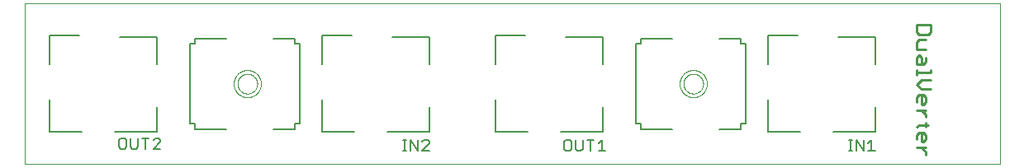
<source format=gto>
G75*
%MOIN*%
%OFA0B0*%
%FSLAX25Y25*%
%IPPOS*%
%LPD*%
%AMOC8*
5,1,8,0,0,1.08239X$1,22.5*
%
%ADD10C,0.00000*%
%ADD11C,0.00900*%
%ADD12C,0.00800*%
%ADD13C,0.00700*%
%ADD14C,0.00200*%
D10*
X0001800Y0003000D02*
X0001800Y0067961D01*
X0395501Y0067961D01*
X0395501Y0003000D01*
X0001800Y0003000D01*
D11*
X0361888Y0009671D02*
X0365692Y0009671D01*
X0363790Y0009671D02*
X0365692Y0007769D01*
X0365692Y0006818D01*
X0364741Y0011945D02*
X0363790Y0011945D01*
X0363790Y0015748D01*
X0362839Y0015748D02*
X0364741Y0015748D01*
X0365692Y0014797D01*
X0365692Y0012896D01*
X0364741Y0011945D01*
X0361888Y0012896D02*
X0361888Y0014797D01*
X0362839Y0015748D01*
X0361888Y0017898D02*
X0362839Y0018849D01*
X0366642Y0018849D01*
X0365692Y0019799D02*
X0365692Y0017898D01*
X0365692Y0022011D02*
X0365692Y0022962D01*
X0363790Y0024864D01*
X0361888Y0024864D02*
X0365692Y0024864D01*
X0364741Y0027138D02*
X0363790Y0027138D01*
X0363790Y0030941D01*
X0362839Y0030941D02*
X0364741Y0030941D01*
X0365692Y0029990D01*
X0365692Y0028089D01*
X0364741Y0027138D01*
X0361888Y0028089D02*
X0361888Y0029990D01*
X0362839Y0030941D01*
X0363790Y0033215D02*
X0367593Y0033215D01*
X0363790Y0033215D02*
X0361888Y0035117D01*
X0363790Y0037018D01*
X0367593Y0037018D01*
X0361888Y0039168D02*
X0361888Y0041070D01*
X0361888Y0040119D02*
X0367593Y0040119D01*
X0367593Y0041070D01*
X0364741Y0043344D02*
X0361888Y0043344D01*
X0361888Y0046196D01*
X0362839Y0047147D01*
X0363790Y0046196D01*
X0363790Y0043344D01*
X0364741Y0043344D02*
X0365692Y0044294D01*
X0365692Y0046196D01*
X0365692Y0049421D02*
X0361888Y0049421D01*
X0361888Y0052273D01*
X0362839Y0053224D01*
X0365692Y0053224D01*
X0366642Y0055498D02*
X0362839Y0055498D01*
X0361888Y0056449D01*
X0361888Y0059301D01*
X0367593Y0059301D01*
X0367593Y0056449D01*
X0366642Y0055498D01*
D12*
X0345300Y0054500D02*
X0330300Y0054500D01*
X0345300Y0054500D02*
X0345300Y0043500D01*
X0302115Y0043374D02*
X0302115Y0055185D01*
X0313926Y0055185D01*
X0293060Y0051642D02*
X0290894Y0051642D01*
X0290894Y0053807D01*
X0282233Y0053807D01*
X0293060Y0051642D02*
X0293060Y0019358D01*
X0290894Y0019358D01*
X0290894Y0017193D01*
X0282233Y0017193D01*
X0263335Y0017193D02*
X0250737Y0017193D01*
X0250737Y0019358D01*
X0248572Y0019358D01*
X0248572Y0051642D01*
X0250737Y0051642D01*
X0250737Y0053807D01*
X0263335Y0053807D01*
X0235300Y0054500D02*
X0220300Y0054500D01*
X0235300Y0054500D02*
X0235300Y0043500D01*
X0192115Y0043374D02*
X0192115Y0055185D01*
X0203926Y0055185D01*
X0165300Y0054500D02*
X0150300Y0054500D01*
X0165300Y0054500D02*
X0165300Y0043500D01*
X0122115Y0043374D02*
X0122115Y0055185D01*
X0133926Y0055185D01*
X0113060Y0051642D02*
X0110894Y0051642D01*
X0110894Y0053807D01*
X0102233Y0053807D01*
X0113060Y0051642D02*
X0113060Y0019358D01*
X0110894Y0019358D01*
X0110894Y0017193D01*
X0102233Y0017193D01*
X0121800Y0016000D02*
X0134800Y0016000D01*
X0148300Y0016000D02*
X0165300Y0016000D01*
X0165300Y0026000D01*
X0191800Y0029000D02*
X0191800Y0016000D01*
X0204800Y0016000D01*
X0218300Y0016000D02*
X0235300Y0016000D01*
X0235300Y0026000D01*
X0301800Y0029000D02*
X0301800Y0016000D01*
X0314800Y0016000D01*
X0328300Y0016000D02*
X0345300Y0016000D01*
X0345300Y0026000D01*
X0121800Y0029000D02*
X0121800Y0016000D01*
X0083335Y0017193D02*
X0070737Y0017193D01*
X0070737Y0019358D01*
X0068572Y0019358D01*
X0068572Y0051642D01*
X0070737Y0051642D01*
X0070737Y0053807D01*
X0083335Y0053807D01*
X0055300Y0054500D02*
X0040300Y0054500D01*
X0055300Y0054500D02*
X0055300Y0043500D01*
X0012115Y0043374D02*
X0012115Y0055185D01*
X0023926Y0055185D01*
X0011800Y0029000D02*
X0011800Y0016000D01*
X0024800Y0016000D01*
X0038300Y0016000D02*
X0055300Y0016000D01*
X0055300Y0026000D01*
D13*
X0056001Y0013505D02*
X0054566Y0013505D01*
X0053849Y0012788D01*
X0052114Y0013505D02*
X0049245Y0013505D01*
X0050680Y0013505D02*
X0050680Y0009202D01*
X0053849Y0009202D02*
X0056718Y0012071D01*
X0056718Y0012788D01*
X0056001Y0013505D01*
X0047510Y0013505D02*
X0047510Y0009919D01*
X0046793Y0009202D01*
X0045359Y0009202D01*
X0044641Y0009919D01*
X0044641Y0013505D01*
X0042906Y0012788D02*
X0042189Y0013505D01*
X0040755Y0013505D01*
X0040037Y0012788D01*
X0040037Y0009919D01*
X0040755Y0009202D01*
X0042189Y0009202D01*
X0042906Y0009919D01*
X0042906Y0012788D01*
X0053849Y0009202D02*
X0056718Y0009202D01*
X0154650Y0008350D02*
X0156085Y0008350D01*
X0155367Y0008350D02*
X0155367Y0012654D01*
X0154650Y0012654D02*
X0156085Y0012654D01*
X0157719Y0012654D02*
X0160588Y0008350D01*
X0160588Y0012654D01*
X0162323Y0011936D02*
X0163040Y0012654D01*
X0164475Y0012654D01*
X0165192Y0011936D01*
X0165192Y0011219D01*
X0162323Y0008350D01*
X0165192Y0008350D01*
X0157719Y0008350D02*
X0157719Y0012654D01*
X0219650Y0011936D02*
X0219650Y0009067D01*
X0220367Y0008350D01*
X0221802Y0008350D01*
X0222519Y0009067D01*
X0222519Y0011936D01*
X0221802Y0012654D01*
X0220367Y0012654D01*
X0219650Y0011936D01*
X0224254Y0012654D02*
X0224254Y0009067D01*
X0224971Y0008350D01*
X0226406Y0008350D01*
X0227123Y0009067D01*
X0227123Y0012654D01*
X0228858Y0012654D02*
X0231727Y0012654D01*
X0230292Y0012654D02*
X0230292Y0008350D01*
X0233462Y0008350D02*
X0236331Y0008350D01*
X0234896Y0008350D02*
X0234896Y0012654D01*
X0233462Y0011219D01*
X0334650Y0012654D02*
X0336085Y0012654D01*
X0335367Y0012654D02*
X0335367Y0008350D01*
X0334650Y0008350D02*
X0336085Y0008350D01*
X0337719Y0008350D02*
X0337719Y0012654D01*
X0340588Y0008350D01*
X0340588Y0012654D01*
X0342323Y0011219D02*
X0343758Y0012654D01*
X0343758Y0008350D01*
X0345192Y0008350D02*
X0342323Y0008350D01*
D14*
X0267800Y0035500D02*
X0267802Y0035626D01*
X0267808Y0035752D01*
X0267818Y0035878D01*
X0267832Y0036004D01*
X0267850Y0036129D01*
X0267872Y0036253D01*
X0267897Y0036377D01*
X0267927Y0036500D01*
X0267960Y0036621D01*
X0267998Y0036742D01*
X0268039Y0036861D01*
X0268084Y0036980D01*
X0268132Y0037096D01*
X0268184Y0037211D01*
X0268240Y0037324D01*
X0268300Y0037436D01*
X0268363Y0037545D01*
X0268429Y0037653D01*
X0268498Y0037758D01*
X0268571Y0037861D01*
X0268648Y0037962D01*
X0268727Y0038060D01*
X0268809Y0038156D01*
X0268895Y0038249D01*
X0268983Y0038340D01*
X0269074Y0038427D01*
X0269168Y0038512D01*
X0269264Y0038593D01*
X0269363Y0038672D01*
X0269464Y0038747D01*
X0269568Y0038819D01*
X0269674Y0038888D01*
X0269782Y0038954D01*
X0269892Y0039016D01*
X0270004Y0039074D01*
X0270117Y0039129D01*
X0270233Y0039180D01*
X0270350Y0039228D01*
X0270468Y0039272D01*
X0270588Y0039312D01*
X0270709Y0039348D01*
X0270831Y0039381D01*
X0270954Y0039410D01*
X0271078Y0039434D01*
X0271202Y0039455D01*
X0271327Y0039472D01*
X0271453Y0039485D01*
X0271579Y0039494D01*
X0271705Y0039499D01*
X0271832Y0039500D01*
X0271958Y0039497D01*
X0272084Y0039490D01*
X0272210Y0039479D01*
X0272335Y0039464D01*
X0272460Y0039445D01*
X0272584Y0039422D01*
X0272708Y0039396D01*
X0272830Y0039365D01*
X0272952Y0039331D01*
X0273072Y0039292D01*
X0273191Y0039250D01*
X0273309Y0039205D01*
X0273425Y0039155D01*
X0273540Y0039102D01*
X0273652Y0039045D01*
X0273763Y0038985D01*
X0273872Y0038921D01*
X0273979Y0038854D01*
X0274084Y0038784D01*
X0274187Y0038710D01*
X0274287Y0038633D01*
X0274385Y0038553D01*
X0274480Y0038470D01*
X0274572Y0038384D01*
X0274662Y0038295D01*
X0274749Y0038203D01*
X0274832Y0038109D01*
X0274913Y0038012D01*
X0274991Y0037912D01*
X0275066Y0037810D01*
X0275137Y0037706D01*
X0275205Y0037599D01*
X0275269Y0037491D01*
X0275330Y0037380D01*
X0275388Y0037268D01*
X0275442Y0037154D01*
X0275492Y0037038D01*
X0275539Y0036921D01*
X0275582Y0036802D01*
X0275621Y0036682D01*
X0275657Y0036561D01*
X0275688Y0036438D01*
X0275716Y0036315D01*
X0275740Y0036191D01*
X0275760Y0036066D01*
X0275776Y0035941D01*
X0275788Y0035815D01*
X0275796Y0035689D01*
X0275800Y0035563D01*
X0275800Y0035437D01*
X0275796Y0035311D01*
X0275788Y0035185D01*
X0275776Y0035059D01*
X0275760Y0034934D01*
X0275740Y0034809D01*
X0275716Y0034685D01*
X0275688Y0034562D01*
X0275657Y0034439D01*
X0275621Y0034318D01*
X0275582Y0034198D01*
X0275539Y0034079D01*
X0275492Y0033962D01*
X0275442Y0033846D01*
X0275388Y0033732D01*
X0275330Y0033620D01*
X0275269Y0033509D01*
X0275205Y0033401D01*
X0275137Y0033294D01*
X0275066Y0033190D01*
X0274991Y0033088D01*
X0274913Y0032988D01*
X0274832Y0032891D01*
X0274749Y0032797D01*
X0274662Y0032705D01*
X0274572Y0032616D01*
X0274480Y0032530D01*
X0274385Y0032447D01*
X0274287Y0032367D01*
X0274187Y0032290D01*
X0274084Y0032216D01*
X0273979Y0032146D01*
X0273872Y0032079D01*
X0273763Y0032015D01*
X0273652Y0031955D01*
X0273540Y0031898D01*
X0273425Y0031845D01*
X0273309Y0031795D01*
X0273191Y0031750D01*
X0273072Y0031708D01*
X0272952Y0031669D01*
X0272830Y0031635D01*
X0272708Y0031604D01*
X0272584Y0031578D01*
X0272460Y0031555D01*
X0272335Y0031536D01*
X0272210Y0031521D01*
X0272084Y0031510D01*
X0271958Y0031503D01*
X0271832Y0031500D01*
X0271705Y0031501D01*
X0271579Y0031506D01*
X0271453Y0031515D01*
X0271327Y0031528D01*
X0271202Y0031545D01*
X0271078Y0031566D01*
X0270954Y0031590D01*
X0270831Y0031619D01*
X0270709Y0031652D01*
X0270588Y0031688D01*
X0270468Y0031728D01*
X0270350Y0031772D01*
X0270233Y0031820D01*
X0270117Y0031871D01*
X0270004Y0031926D01*
X0269892Y0031984D01*
X0269782Y0032046D01*
X0269674Y0032112D01*
X0269568Y0032181D01*
X0269464Y0032253D01*
X0269363Y0032328D01*
X0269264Y0032407D01*
X0269168Y0032488D01*
X0269074Y0032573D01*
X0268983Y0032660D01*
X0268895Y0032751D01*
X0268809Y0032844D01*
X0268727Y0032940D01*
X0268648Y0033038D01*
X0268571Y0033139D01*
X0268498Y0033242D01*
X0268429Y0033347D01*
X0268363Y0033455D01*
X0268300Y0033564D01*
X0268240Y0033676D01*
X0268184Y0033789D01*
X0268132Y0033904D01*
X0268084Y0034020D01*
X0268039Y0034139D01*
X0267998Y0034258D01*
X0267960Y0034379D01*
X0267927Y0034500D01*
X0267897Y0034623D01*
X0267872Y0034747D01*
X0267850Y0034871D01*
X0267832Y0034996D01*
X0267818Y0035122D01*
X0267808Y0035248D01*
X0267802Y0035374D01*
X0267800Y0035500D01*
X0266300Y0035500D02*
X0266302Y0035648D01*
X0266308Y0035796D01*
X0266318Y0035944D01*
X0266332Y0036092D01*
X0266350Y0036239D01*
X0266372Y0036386D01*
X0266398Y0036532D01*
X0266427Y0036677D01*
X0266461Y0036822D01*
X0266499Y0036965D01*
X0266540Y0037108D01*
X0266585Y0037249D01*
X0266635Y0037389D01*
X0266687Y0037527D01*
X0266744Y0037665D01*
X0266804Y0037800D01*
X0266868Y0037934D01*
X0266935Y0038066D01*
X0267006Y0038196D01*
X0267081Y0038325D01*
X0267159Y0038451D01*
X0267240Y0038575D01*
X0267324Y0038697D01*
X0267412Y0038816D01*
X0267503Y0038933D01*
X0267597Y0039048D01*
X0267695Y0039160D01*
X0267795Y0039269D01*
X0267898Y0039376D01*
X0268004Y0039480D01*
X0268112Y0039581D01*
X0268224Y0039679D01*
X0268338Y0039774D01*
X0268454Y0039865D01*
X0268573Y0039954D01*
X0268694Y0040039D01*
X0268818Y0040121D01*
X0268944Y0040200D01*
X0269071Y0040275D01*
X0269201Y0040347D01*
X0269333Y0040416D01*
X0269466Y0040480D01*
X0269601Y0040541D01*
X0269738Y0040599D01*
X0269876Y0040653D01*
X0270016Y0040703D01*
X0270157Y0040749D01*
X0270299Y0040791D01*
X0270442Y0040830D01*
X0270586Y0040864D01*
X0270732Y0040895D01*
X0270877Y0040922D01*
X0271024Y0040945D01*
X0271171Y0040964D01*
X0271319Y0040979D01*
X0271466Y0040990D01*
X0271615Y0040997D01*
X0271763Y0041000D01*
X0271911Y0040999D01*
X0272059Y0040994D01*
X0272207Y0040985D01*
X0272355Y0040972D01*
X0272503Y0040955D01*
X0272649Y0040934D01*
X0272796Y0040909D01*
X0272941Y0040880D01*
X0273086Y0040848D01*
X0273229Y0040811D01*
X0273372Y0040771D01*
X0273514Y0040726D01*
X0273654Y0040678D01*
X0273793Y0040626D01*
X0273930Y0040571D01*
X0274066Y0040511D01*
X0274201Y0040448D01*
X0274333Y0040382D01*
X0274464Y0040312D01*
X0274593Y0040238D01*
X0274719Y0040161D01*
X0274844Y0040081D01*
X0274966Y0039997D01*
X0275087Y0039910D01*
X0275204Y0039820D01*
X0275320Y0039726D01*
X0275432Y0039630D01*
X0275542Y0039531D01*
X0275650Y0039428D01*
X0275754Y0039323D01*
X0275856Y0039215D01*
X0275954Y0039104D01*
X0276050Y0038991D01*
X0276143Y0038875D01*
X0276232Y0038757D01*
X0276318Y0038636D01*
X0276401Y0038513D01*
X0276481Y0038388D01*
X0276557Y0038261D01*
X0276630Y0038131D01*
X0276699Y0038000D01*
X0276764Y0037867D01*
X0276827Y0037733D01*
X0276885Y0037596D01*
X0276940Y0037458D01*
X0276990Y0037319D01*
X0277038Y0037178D01*
X0277081Y0037037D01*
X0277121Y0036894D01*
X0277156Y0036750D01*
X0277188Y0036605D01*
X0277216Y0036459D01*
X0277240Y0036313D01*
X0277260Y0036166D01*
X0277276Y0036018D01*
X0277288Y0035871D01*
X0277296Y0035722D01*
X0277300Y0035574D01*
X0277300Y0035426D01*
X0277296Y0035278D01*
X0277288Y0035129D01*
X0277276Y0034982D01*
X0277260Y0034834D01*
X0277240Y0034687D01*
X0277216Y0034541D01*
X0277188Y0034395D01*
X0277156Y0034250D01*
X0277121Y0034106D01*
X0277081Y0033963D01*
X0277038Y0033822D01*
X0276990Y0033681D01*
X0276940Y0033542D01*
X0276885Y0033404D01*
X0276827Y0033267D01*
X0276764Y0033133D01*
X0276699Y0033000D01*
X0276630Y0032869D01*
X0276557Y0032739D01*
X0276481Y0032612D01*
X0276401Y0032487D01*
X0276318Y0032364D01*
X0276232Y0032243D01*
X0276143Y0032125D01*
X0276050Y0032009D01*
X0275954Y0031896D01*
X0275856Y0031785D01*
X0275754Y0031677D01*
X0275650Y0031572D01*
X0275542Y0031469D01*
X0275432Y0031370D01*
X0275320Y0031274D01*
X0275204Y0031180D01*
X0275087Y0031090D01*
X0274966Y0031003D01*
X0274844Y0030919D01*
X0274719Y0030839D01*
X0274593Y0030762D01*
X0274464Y0030688D01*
X0274333Y0030618D01*
X0274201Y0030552D01*
X0274066Y0030489D01*
X0273930Y0030429D01*
X0273793Y0030374D01*
X0273654Y0030322D01*
X0273514Y0030274D01*
X0273372Y0030229D01*
X0273229Y0030189D01*
X0273086Y0030152D01*
X0272941Y0030120D01*
X0272796Y0030091D01*
X0272649Y0030066D01*
X0272503Y0030045D01*
X0272355Y0030028D01*
X0272207Y0030015D01*
X0272059Y0030006D01*
X0271911Y0030001D01*
X0271763Y0030000D01*
X0271615Y0030003D01*
X0271466Y0030010D01*
X0271319Y0030021D01*
X0271171Y0030036D01*
X0271024Y0030055D01*
X0270877Y0030078D01*
X0270732Y0030105D01*
X0270586Y0030136D01*
X0270442Y0030170D01*
X0270299Y0030209D01*
X0270157Y0030251D01*
X0270016Y0030297D01*
X0269876Y0030347D01*
X0269738Y0030401D01*
X0269601Y0030459D01*
X0269466Y0030520D01*
X0269333Y0030584D01*
X0269201Y0030653D01*
X0269071Y0030725D01*
X0268944Y0030800D01*
X0268818Y0030879D01*
X0268694Y0030961D01*
X0268573Y0031046D01*
X0268454Y0031135D01*
X0268338Y0031226D01*
X0268224Y0031321D01*
X0268112Y0031419D01*
X0268004Y0031520D01*
X0267898Y0031624D01*
X0267795Y0031731D01*
X0267695Y0031840D01*
X0267597Y0031952D01*
X0267503Y0032067D01*
X0267412Y0032184D01*
X0267324Y0032303D01*
X0267240Y0032425D01*
X0267159Y0032549D01*
X0267081Y0032675D01*
X0267006Y0032804D01*
X0266935Y0032934D01*
X0266868Y0033066D01*
X0266804Y0033200D01*
X0266744Y0033335D01*
X0266687Y0033473D01*
X0266635Y0033611D01*
X0266585Y0033751D01*
X0266540Y0033892D01*
X0266499Y0034035D01*
X0266461Y0034178D01*
X0266427Y0034323D01*
X0266398Y0034468D01*
X0266372Y0034614D01*
X0266350Y0034761D01*
X0266332Y0034908D01*
X0266318Y0035056D01*
X0266308Y0035204D01*
X0266302Y0035352D01*
X0266300Y0035500D01*
X0087800Y0035500D02*
X0087802Y0035626D01*
X0087808Y0035752D01*
X0087818Y0035878D01*
X0087832Y0036004D01*
X0087850Y0036129D01*
X0087872Y0036253D01*
X0087897Y0036377D01*
X0087927Y0036500D01*
X0087960Y0036621D01*
X0087998Y0036742D01*
X0088039Y0036861D01*
X0088084Y0036980D01*
X0088132Y0037096D01*
X0088184Y0037211D01*
X0088240Y0037324D01*
X0088300Y0037436D01*
X0088363Y0037545D01*
X0088429Y0037653D01*
X0088498Y0037758D01*
X0088571Y0037861D01*
X0088648Y0037962D01*
X0088727Y0038060D01*
X0088809Y0038156D01*
X0088895Y0038249D01*
X0088983Y0038340D01*
X0089074Y0038427D01*
X0089168Y0038512D01*
X0089264Y0038593D01*
X0089363Y0038672D01*
X0089464Y0038747D01*
X0089568Y0038819D01*
X0089674Y0038888D01*
X0089782Y0038954D01*
X0089892Y0039016D01*
X0090004Y0039074D01*
X0090117Y0039129D01*
X0090233Y0039180D01*
X0090350Y0039228D01*
X0090468Y0039272D01*
X0090588Y0039312D01*
X0090709Y0039348D01*
X0090831Y0039381D01*
X0090954Y0039410D01*
X0091078Y0039434D01*
X0091202Y0039455D01*
X0091327Y0039472D01*
X0091453Y0039485D01*
X0091579Y0039494D01*
X0091705Y0039499D01*
X0091832Y0039500D01*
X0091958Y0039497D01*
X0092084Y0039490D01*
X0092210Y0039479D01*
X0092335Y0039464D01*
X0092460Y0039445D01*
X0092584Y0039422D01*
X0092708Y0039396D01*
X0092830Y0039365D01*
X0092952Y0039331D01*
X0093072Y0039292D01*
X0093191Y0039250D01*
X0093309Y0039205D01*
X0093425Y0039155D01*
X0093540Y0039102D01*
X0093652Y0039045D01*
X0093763Y0038985D01*
X0093872Y0038921D01*
X0093979Y0038854D01*
X0094084Y0038784D01*
X0094187Y0038710D01*
X0094287Y0038633D01*
X0094385Y0038553D01*
X0094480Y0038470D01*
X0094572Y0038384D01*
X0094662Y0038295D01*
X0094749Y0038203D01*
X0094832Y0038109D01*
X0094913Y0038012D01*
X0094991Y0037912D01*
X0095066Y0037810D01*
X0095137Y0037706D01*
X0095205Y0037599D01*
X0095269Y0037491D01*
X0095330Y0037380D01*
X0095388Y0037268D01*
X0095442Y0037154D01*
X0095492Y0037038D01*
X0095539Y0036921D01*
X0095582Y0036802D01*
X0095621Y0036682D01*
X0095657Y0036561D01*
X0095688Y0036438D01*
X0095716Y0036315D01*
X0095740Y0036191D01*
X0095760Y0036066D01*
X0095776Y0035941D01*
X0095788Y0035815D01*
X0095796Y0035689D01*
X0095800Y0035563D01*
X0095800Y0035437D01*
X0095796Y0035311D01*
X0095788Y0035185D01*
X0095776Y0035059D01*
X0095760Y0034934D01*
X0095740Y0034809D01*
X0095716Y0034685D01*
X0095688Y0034562D01*
X0095657Y0034439D01*
X0095621Y0034318D01*
X0095582Y0034198D01*
X0095539Y0034079D01*
X0095492Y0033962D01*
X0095442Y0033846D01*
X0095388Y0033732D01*
X0095330Y0033620D01*
X0095269Y0033509D01*
X0095205Y0033401D01*
X0095137Y0033294D01*
X0095066Y0033190D01*
X0094991Y0033088D01*
X0094913Y0032988D01*
X0094832Y0032891D01*
X0094749Y0032797D01*
X0094662Y0032705D01*
X0094572Y0032616D01*
X0094480Y0032530D01*
X0094385Y0032447D01*
X0094287Y0032367D01*
X0094187Y0032290D01*
X0094084Y0032216D01*
X0093979Y0032146D01*
X0093872Y0032079D01*
X0093763Y0032015D01*
X0093652Y0031955D01*
X0093540Y0031898D01*
X0093425Y0031845D01*
X0093309Y0031795D01*
X0093191Y0031750D01*
X0093072Y0031708D01*
X0092952Y0031669D01*
X0092830Y0031635D01*
X0092708Y0031604D01*
X0092584Y0031578D01*
X0092460Y0031555D01*
X0092335Y0031536D01*
X0092210Y0031521D01*
X0092084Y0031510D01*
X0091958Y0031503D01*
X0091832Y0031500D01*
X0091705Y0031501D01*
X0091579Y0031506D01*
X0091453Y0031515D01*
X0091327Y0031528D01*
X0091202Y0031545D01*
X0091078Y0031566D01*
X0090954Y0031590D01*
X0090831Y0031619D01*
X0090709Y0031652D01*
X0090588Y0031688D01*
X0090468Y0031728D01*
X0090350Y0031772D01*
X0090233Y0031820D01*
X0090117Y0031871D01*
X0090004Y0031926D01*
X0089892Y0031984D01*
X0089782Y0032046D01*
X0089674Y0032112D01*
X0089568Y0032181D01*
X0089464Y0032253D01*
X0089363Y0032328D01*
X0089264Y0032407D01*
X0089168Y0032488D01*
X0089074Y0032573D01*
X0088983Y0032660D01*
X0088895Y0032751D01*
X0088809Y0032844D01*
X0088727Y0032940D01*
X0088648Y0033038D01*
X0088571Y0033139D01*
X0088498Y0033242D01*
X0088429Y0033347D01*
X0088363Y0033455D01*
X0088300Y0033564D01*
X0088240Y0033676D01*
X0088184Y0033789D01*
X0088132Y0033904D01*
X0088084Y0034020D01*
X0088039Y0034139D01*
X0087998Y0034258D01*
X0087960Y0034379D01*
X0087927Y0034500D01*
X0087897Y0034623D01*
X0087872Y0034747D01*
X0087850Y0034871D01*
X0087832Y0034996D01*
X0087818Y0035122D01*
X0087808Y0035248D01*
X0087802Y0035374D01*
X0087800Y0035500D01*
X0086300Y0035500D02*
X0086302Y0035648D01*
X0086308Y0035796D01*
X0086318Y0035944D01*
X0086332Y0036092D01*
X0086350Y0036239D01*
X0086372Y0036386D01*
X0086398Y0036532D01*
X0086427Y0036677D01*
X0086461Y0036822D01*
X0086499Y0036965D01*
X0086540Y0037108D01*
X0086585Y0037249D01*
X0086635Y0037389D01*
X0086687Y0037527D01*
X0086744Y0037665D01*
X0086804Y0037800D01*
X0086868Y0037934D01*
X0086935Y0038066D01*
X0087006Y0038196D01*
X0087081Y0038325D01*
X0087159Y0038451D01*
X0087240Y0038575D01*
X0087324Y0038697D01*
X0087412Y0038816D01*
X0087503Y0038933D01*
X0087597Y0039048D01*
X0087695Y0039160D01*
X0087795Y0039269D01*
X0087898Y0039376D01*
X0088004Y0039480D01*
X0088112Y0039581D01*
X0088224Y0039679D01*
X0088338Y0039774D01*
X0088454Y0039865D01*
X0088573Y0039954D01*
X0088694Y0040039D01*
X0088818Y0040121D01*
X0088944Y0040200D01*
X0089071Y0040275D01*
X0089201Y0040347D01*
X0089333Y0040416D01*
X0089466Y0040480D01*
X0089601Y0040541D01*
X0089738Y0040599D01*
X0089876Y0040653D01*
X0090016Y0040703D01*
X0090157Y0040749D01*
X0090299Y0040791D01*
X0090442Y0040830D01*
X0090586Y0040864D01*
X0090732Y0040895D01*
X0090877Y0040922D01*
X0091024Y0040945D01*
X0091171Y0040964D01*
X0091319Y0040979D01*
X0091466Y0040990D01*
X0091615Y0040997D01*
X0091763Y0041000D01*
X0091911Y0040999D01*
X0092059Y0040994D01*
X0092207Y0040985D01*
X0092355Y0040972D01*
X0092503Y0040955D01*
X0092649Y0040934D01*
X0092796Y0040909D01*
X0092941Y0040880D01*
X0093086Y0040848D01*
X0093229Y0040811D01*
X0093372Y0040771D01*
X0093514Y0040726D01*
X0093654Y0040678D01*
X0093793Y0040626D01*
X0093930Y0040571D01*
X0094066Y0040511D01*
X0094201Y0040448D01*
X0094333Y0040382D01*
X0094464Y0040312D01*
X0094593Y0040238D01*
X0094719Y0040161D01*
X0094844Y0040081D01*
X0094966Y0039997D01*
X0095087Y0039910D01*
X0095204Y0039820D01*
X0095320Y0039726D01*
X0095432Y0039630D01*
X0095542Y0039531D01*
X0095650Y0039428D01*
X0095754Y0039323D01*
X0095856Y0039215D01*
X0095954Y0039104D01*
X0096050Y0038991D01*
X0096143Y0038875D01*
X0096232Y0038757D01*
X0096318Y0038636D01*
X0096401Y0038513D01*
X0096481Y0038388D01*
X0096557Y0038261D01*
X0096630Y0038131D01*
X0096699Y0038000D01*
X0096764Y0037867D01*
X0096827Y0037733D01*
X0096885Y0037596D01*
X0096940Y0037458D01*
X0096990Y0037319D01*
X0097038Y0037178D01*
X0097081Y0037037D01*
X0097121Y0036894D01*
X0097156Y0036750D01*
X0097188Y0036605D01*
X0097216Y0036459D01*
X0097240Y0036313D01*
X0097260Y0036166D01*
X0097276Y0036018D01*
X0097288Y0035871D01*
X0097296Y0035722D01*
X0097300Y0035574D01*
X0097300Y0035426D01*
X0097296Y0035278D01*
X0097288Y0035129D01*
X0097276Y0034982D01*
X0097260Y0034834D01*
X0097240Y0034687D01*
X0097216Y0034541D01*
X0097188Y0034395D01*
X0097156Y0034250D01*
X0097121Y0034106D01*
X0097081Y0033963D01*
X0097038Y0033822D01*
X0096990Y0033681D01*
X0096940Y0033542D01*
X0096885Y0033404D01*
X0096827Y0033267D01*
X0096764Y0033133D01*
X0096699Y0033000D01*
X0096630Y0032869D01*
X0096557Y0032739D01*
X0096481Y0032612D01*
X0096401Y0032487D01*
X0096318Y0032364D01*
X0096232Y0032243D01*
X0096143Y0032125D01*
X0096050Y0032009D01*
X0095954Y0031896D01*
X0095856Y0031785D01*
X0095754Y0031677D01*
X0095650Y0031572D01*
X0095542Y0031469D01*
X0095432Y0031370D01*
X0095320Y0031274D01*
X0095204Y0031180D01*
X0095087Y0031090D01*
X0094966Y0031003D01*
X0094844Y0030919D01*
X0094719Y0030839D01*
X0094593Y0030762D01*
X0094464Y0030688D01*
X0094333Y0030618D01*
X0094201Y0030552D01*
X0094066Y0030489D01*
X0093930Y0030429D01*
X0093793Y0030374D01*
X0093654Y0030322D01*
X0093514Y0030274D01*
X0093372Y0030229D01*
X0093229Y0030189D01*
X0093086Y0030152D01*
X0092941Y0030120D01*
X0092796Y0030091D01*
X0092649Y0030066D01*
X0092503Y0030045D01*
X0092355Y0030028D01*
X0092207Y0030015D01*
X0092059Y0030006D01*
X0091911Y0030001D01*
X0091763Y0030000D01*
X0091615Y0030003D01*
X0091466Y0030010D01*
X0091319Y0030021D01*
X0091171Y0030036D01*
X0091024Y0030055D01*
X0090877Y0030078D01*
X0090732Y0030105D01*
X0090586Y0030136D01*
X0090442Y0030170D01*
X0090299Y0030209D01*
X0090157Y0030251D01*
X0090016Y0030297D01*
X0089876Y0030347D01*
X0089738Y0030401D01*
X0089601Y0030459D01*
X0089466Y0030520D01*
X0089333Y0030584D01*
X0089201Y0030653D01*
X0089071Y0030725D01*
X0088944Y0030800D01*
X0088818Y0030879D01*
X0088694Y0030961D01*
X0088573Y0031046D01*
X0088454Y0031135D01*
X0088338Y0031226D01*
X0088224Y0031321D01*
X0088112Y0031419D01*
X0088004Y0031520D01*
X0087898Y0031624D01*
X0087795Y0031731D01*
X0087695Y0031840D01*
X0087597Y0031952D01*
X0087503Y0032067D01*
X0087412Y0032184D01*
X0087324Y0032303D01*
X0087240Y0032425D01*
X0087159Y0032549D01*
X0087081Y0032675D01*
X0087006Y0032804D01*
X0086935Y0032934D01*
X0086868Y0033066D01*
X0086804Y0033200D01*
X0086744Y0033335D01*
X0086687Y0033473D01*
X0086635Y0033611D01*
X0086585Y0033751D01*
X0086540Y0033892D01*
X0086499Y0034035D01*
X0086461Y0034178D01*
X0086427Y0034323D01*
X0086398Y0034468D01*
X0086372Y0034614D01*
X0086350Y0034761D01*
X0086332Y0034908D01*
X0086318Y0035056D01*
X0086308Y0035204D01*
X0086302Y0035352D01*
X0086300Y0035500D01*
M02*

</source>
